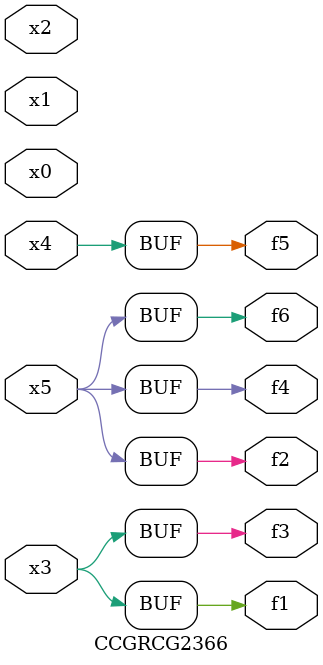
<source format=v>
module CCGRCG2366(
	input x0, x1, x2, x3, x4, x5,
	output f1, f2, f3, f4, f5, f6
);
	assign f1 = x3;
	assign f2 = x5;
	assign f3 = x3;
	assign f4 = x5;
	assign f5 = x4;
	assign f6 = x5;
endmodule

</source>
